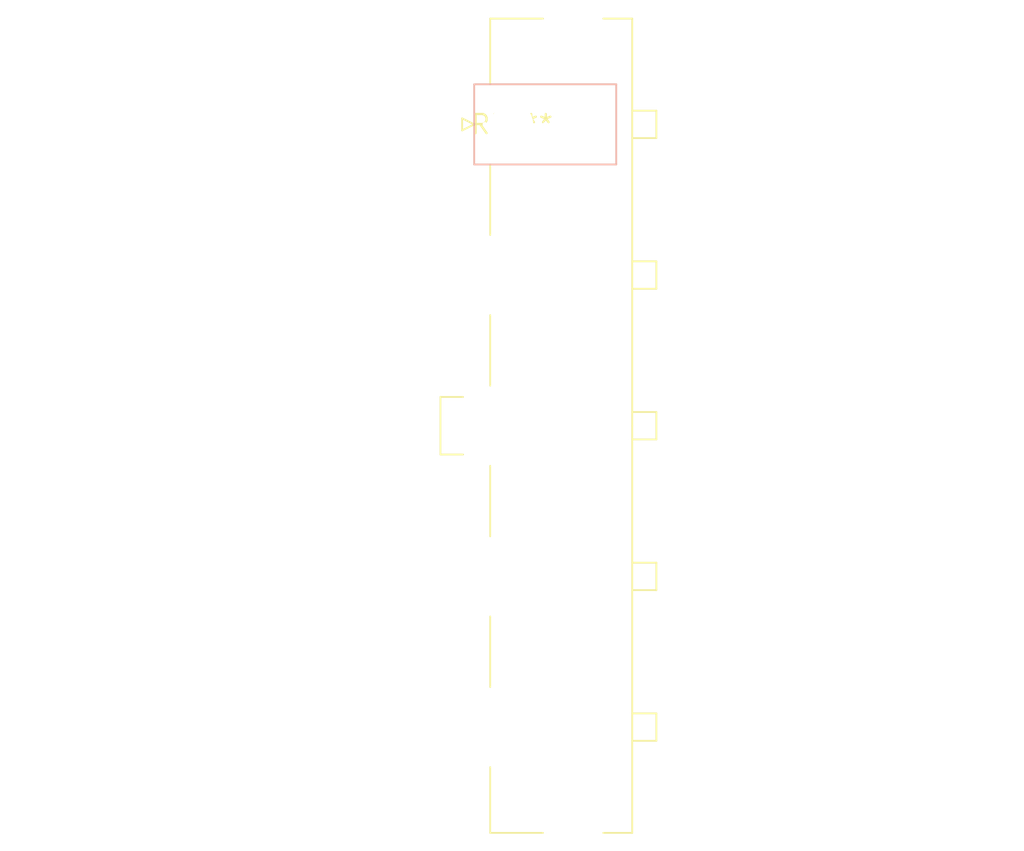
<source format=kicad_pcb>
(kicad_pcb (version 20240108) (generator pcbnew)
  (layers (0 "F.Cu" signal) (31 "B.Cu" signal) (34 "B.Paste" user) (35 "F.Paste" user) (36 "B.SilkS" user "B.Silkscreen") (37 "F.SilkS" user "F.Silkscreen") (38 "B.Mask" user) (39 "F.Mask" user) (44 "Edge.Cuts" user))
  (net 0 "")
  (footprint "Molex_Mini-Fit_Sr_42819-52XX_1x05_P10.00mm_Vertical_ThermalVias" (layer "F.Cu") (at 0 0)
    (property "Reference" "REF**")
    (property "Value" "Molex_Mini-Fit_Sr_42819-52XX_1x05_P10.00mm_Vertical_ThermalVias")
    (fp_line (start -2.51 -2.66) (end -2.51 2.66) (layer "B.SilkS") (stroke (width 0.12)))
    (fp_line (start -2.51 2.66) (end 6.91 2.66) (layer "B.SilkS") (stroke (width 0.12)))
    (fp_line (start 6.91 -2.66) (end -2.51 -2.66) (layer "B.SilkS") (stroke (width 0.12)))
    (fp_line (start 6.91 2.66) (end 6.91 -2.66) (layer "B.SilkS") (stroke (width 0.12)))
    (fp_line (start -4.75 18.09) (end -4.75 21.91) (layer "F.SilkS") (stroke (width 0.12)))
    (fp_line (start -4.75 21.91) (end -3.25 21.91) (layer "F.SilkS") (stroke (width 0.12)))
    (fp_line (start -3.31 -0.4) (end -3.31 0.4) (layer "F.SilkS") (stroke (width 0.12)))
    (fp_line (start -3.31 0.4) (end -2.51 0) (layer "F.SilkS") (stroke (width 0.12)))
    (fp_line (start -3.25 18.09) (end -4.75 18.09) (layer "F.SilkS") (stroke (width 0.12)))
    (fp_line (start -2.51 0) (end -3.31 -0.4) (layer "F.SilkS") (stroke (width 0.12)))
    (fp_line (start -1.45 -7.02) (end 2.05 -7.02) (layer "F.SilkS") (stroke (width 0.12)))
    (fp_line (start -1.45 -2.66) (end -1.45 -7.02) (layer "F.SilkS") (stroke (width 0.12)))
    (fp_line (start -1.45 2.66) (end -1.45 7.34) (layer "F.SilkS") (stroke (width 0.12)))
    (fp_line (start -1.45 12.66) (end -1.45 17.34) (layer "F.SilkS") (stroke (width 0.12)))
    (fp_line (start -1.45 22.66) (end -1.45 27.34) (layer "F.SilkS") (stroke (width 0.12)))
    (fp_line (start -1.45 32.66) (end -1.45 37.34) (layer "F.SilkS") (stroke (width 0.12)))
    (fp_line (start -1.45 42.66) (end -1.45 47.02) (layer "F.SilkS") (stroke (width 0.12)))
    (fp_line (start -1.45 47.02) (end 2.05 47.02) (layer "F.SilkS") (stroke (width 0.12)))
    (fp_line (start 6.05 -7.02) (end 7.97 -7.02) (layer "F.SilkS") (stroke (width 0.12)))
    (fp_line (start 6.05 47.02) (end 7.97 47.02) (layer "F.SilkS") (stroke (width 0.12)))
    (fp_line (start 7.97 -7.02) (end 7.97 20) (layer "F.SilkS") (stroke (width 0.12)))
    (fp_line (start 7.97 -0.91) (end 9.57 -0.91) (layer "F.SilkS") (stroke (width 0.12)))
    (fp_line (start 7.97 9.09) (end 9.57 9.09) (layer "F.SilkS") (stroke (width 0.12)))
    (fp_line (start 7.97 19.09) (end 9.57 19.09) (layer "F.SilkS") (stroke (width 0.12)))
    (fp_line (start 7.97 29.09) (end 9.57 29.09) (layer "F.SilkS") (stroke (width 0.12)))
    (fp_line (start 7.97 39.09) (end 9.57 39.09) (layer "F.SilkS") (stroke (width 0.12)))
    (fp_line (start 7.97 47.02) (end 7.97 20) (layer "F.SilkS") (stroke (width 0.12)))
    (fp_line (start 9.57 -0.91) (end 9.57 0.91) (layer "F.SilkS") (stroke (width 0.12)))
    (fp_line (start 9.57 0.91) (end 7.97 0.91) (layer "F.SilkS") (stroke (width 0.12)))
    (fp_line (start 9.57 9.09) (end 9.57 10.91) (layer "F.SilkS") (stroke (width 0.12)))
    (fp_line (start 9.57 10.91) (end 7.97 10.91) (layer "F.SilkS") (stroke (width 0.12)))
    (fp_line (start 9.57 19.09) (end 9.57 20.91) (layer "F.SilkS") (stroke (width 0.12)))
    (fp_line (start 9.57 20.91) (end 7.97 20.91) (layer "F.SilkS") (stroke (width 0.12)))
    (fp_line (start 9.57 29.09) (end 9.57 30.91) (layer "F.SilkS") (stroke (width 0.12)))
    (fp_line (start 9.57 30.91) (end 7.97 30.91) (layer "F.SilkS") (stroke (width 0.12)))
    (fp_line (start 9.57 39.09) (end 9.57 40.91) (layer "F.SilkS") (stroke (width 0.12)))
    (fp_line (start 9.57 40.91) (end 7.97 40.91) (layer "F.SilkS") (stroke (width 0.12)))
    (pad "" thru_hole circle (at 4.05 -5.73) (size 4 4) (drill 3) (layers *.Cu *.Mask) (remove_unused_layers))
    (pad "" thru_hole circle (at 4.05 45.73) (size 4 4) (drill 3) (layers *.Cu *.Mask) (remove_unused_layers))
    (pad "1" thru_hole roundrect (at -1.8 -1.95) (size 0.6 0.6) (drill 0.3) (layers *.Cu *.Mask) (remove_unused_layers))
    (pad "1" thru_hole roundrect (at -1.8 0) (size 0.6 0.6) (drill 0.3) (layers *.Cu *.Mask) (remove_unused_layers))
    (pad "1" thru_hole roundrect (at -1.8 1.95) (size 0.6 0.6) (drill 0.3) (layers *.Cu *.Mask) (remove_unused_layers))
    (pad "1" thru_hole rect (at 0 0) (size 4.5 4.8) (drill 2.8) (layers *.Cu *.Mask) (remove_unused_layers))
    (pad "1" thru_hole roundrect (at 0.2 -1.95) (size 0.6 0.6) (drill 0.3) (layers *.Cu *.Mask) (remove_unused_layers))
    (pad "1" thru_hole roundrect (at 0.2 1.95) (size 0.6 0.6) (drill 0.3) (layers *.Cu *.Mask) (remove_unused_layers))
    (pad "1" thru_hole roundrect (at 2.2 -1.95) (size 0.6 0.6) (drill 0.3) (layers *.Cu *.Mask) (remove_unused_layers))
    (pad "1" thru_hole roundrect (at 2.2 0) (size 0.6 0.6) (drill 0.3) (layers *.Cu *.Mask) (remove_unused_layers))
    (pad "1" thru_hole roundrect (at 2.2 1.95) (size 0.6 0.6) (drill 0.3) (layers *.Cu *.Mask) (remove_unused_layers))
    (pad "1" thru_hole roundrect (at 4.2 -1.95) (size 0.6 0.6) (drill 0.3) (layers *.Cu *.Mask) (remove_unused_layers))
    (pad "1" thru_hole roundrect (at 4.2 1.95) (size 0.6 0.6) (drill 0.3) (layers *.Cu *.Mask) (remove_unused_layers))
    (pad "1" thru_hole rect (at 4.4 0) (size 4.5 4.8) (drill 2.8) (layers *.Cu *.Mask) (remove_unused_layers))
    (pad "1" thru_hole roundrect (at 6.2 -1.95) (size 0.6 0.6) (drill 0.3) (layers *.Cu *.Mask) (remove_unused_layers))
    (pad "1" thru_hole roundrect (at 6.2 0) (size 0.6 0.6) (drill 0.3) (layers *.Cu *.Mask) (remove_unused_layers))
    (pad "1" thru_hole roundrect (at 6.2 1.95) (size 0.6 0.6) (drill 0.3) (layers *.Cu *.Mask) (remove_unused_layers))
    (pad "2" thru_hole circle (at -1.8 8.05) (size 0.6 0.6) (drill 0.3) (layers *.Cu *.Mask) (remove_unused_layers))
    (pad "2" thru_hole circle (at -1.8 10) (size 0.6 0.6) (drill 0.3) (layers *.Cu *.Mask) (remove_unused_layers))
    (pad "2" thru_hole circle (at -1.8 11.95) (size 0.6 0.6) (drill 0.3) (layers *.Cu *.Mask) (remove_unused_layers))
    (pad "2" thru_hole rect (at 0 10) (size 4.5 4.8) (drill 2.8) (layers *.Cu *.Mask) (remove_unused_layers))
    (pad "2" thru_hole circle (at 0.2 8.05) (size 0.6 0.6) (drill 0.3) (layers *.Cu *.Mask) (remove_unused_layers))
    (pad "2" thru_hole circle (at 0.2 11.95) (size 0.6 0.6) (drill 0.3) (layers *.Cu *.Mask) (remove_unused_layers))
    (pad "2" thru_hole circle (at 2.2 8.05) (size 0.6 0.6) (drill 0.3) (layers *.Cu *.Mask) (remove_unused_layers))
    (pad "2" thru_hole circle (at 2.2 10) (size 0.6 0.6) (drill 0.3) (layers *.Cu *.Mask) (remove_unused_layers))
    (pad "2" thru_hole circle (at 2.2 11.95) (size 0.6 0.6) (drill 0.3) (layers *.Cu *.Mask) (remove_unused_layers))
    (pad "2" thru_hole circle (at 4.2 8.05) (size 0.6 0.6) (drill 0.3) (layers *.Cu *.Mask) (remove_unused_layers))
    (pad "2" thru_hole circle (at 4.2 11.95) (size 0.6 0.6) (drill 0.3) (layers *.Cu *.Mask) (remove_unused_layers))
    (pad "2" thru_hole rect (at 4.4 10) (size 4.5 4.8) (drill 2.8) (layers *.Cu *.Mask) (remove_unused_layers))
    (pad "2" thru_hole circle (at 6.2 8.05) (size 0.6 0.6) (drill 0.3) (layers *.Cu *.Mask) (remove_unused_layers))
    (pad "2" thru_hole circle (at 6.2 10) (size 0.6 0.6) (drill 0.3) (layers *.Cu *.Mask) (remove_unused_layers))
    (pad "2" thru_hole circle (at 6.2 11.95) (size 0.6 0.6) (drill 0.3) (layers *.Cu *.Mask) (remove_unused_layers))
    (pad "3" thru_hole circle (at -1.8 18.05) (size 0.6 0.6) (drill 0.3) (layers *.Cu *.Mask) (remove_unused_layers))
    (pad "3" thru_hole circle (at -1.8 20) (size 0.6 0.6) (drill 0.3) (layers *.Cu *.Mask) (remove_unused_layers))
    (pad "3" thru_hole circle (at -1.8 21.95) (size 0.6 0.6) (drill 0.3) (layers *.Cu *.Mask) (remove_unused_layers))
    (pad "3" thru_hole rect (at 0 20) (size 4.5 4.8) (drill 2.8) (layers *.Cu *.Mask) (remove_unused_layers))
    (pad "3" thru_hole circle (at 0.2 18.05) (size 0.6 0.6) (drill 0.3) (layers *.Cu *.Mask) (remove_unused_layers))
    (pad "3" thru_hole circle (at 0.2 21.95) (size 0.6 0.6) (drill 0.3) (layers *.Cu *.Mask) (remove_unused_layers))
    (pad "3" thru_hole circle (at 2.2 18.05) (size 0.6 0.6) (drill 0.3) (layers *.Cu *.Mask) (remove_unused_layers))
    (pad "3" thru_hole circle (at 2.2 20) (size 0.6 0.6) (drill 0.3) (layers *.Cu *.Mask) (remove_unused_layers))
    (pad "3" thru_hole circle (at 2.2 21.95) (size 0.6 0.6) (drill 0.3) (layers *.Cu *.Mask) (remove_unused_layers))
    (pad "3" thru_hole circle (at 4.2 18.05) (size 0.6 0.6) (drill 0.3) (layers *.Cu *.Mask) (remove_unused_layers))
    (pad "3" thru_hole circle (at 4.2 21.95) (size 0.6 0.6) (drill 0.3) (layers *.Cu *.Mask) (remove_unused_layers))
    (pad "3" thru_hole rect (at 4.4 20) (size 4.5 4.8) (drill 2.8) (layers *.Cu *.Mask) (remove_unused_layers))
    (pad "3" thru_hole circle (at 6.2 18.05) (size 0.6 0.6) (drill 0.3) (layers *.Cu *.Mask) (remove_unused_layers))
    (pad "3" thru_hole circle (at 6.2 20) (size 0.6 0.6) (drill 0.3) (layers *.Cu *.Mask) (remove_unused_layers))
    (pad "3" thru_hole circle (at 6.2 21.95) (size 0.6 0.6) (drill 0.3) (layers *.Cu *.Mask) (remove_unused_layers))
    (pad "4" thru_hole circle (at -1.8 28.05) (size 0.6 0.6) (drill 0.3) (layers *.Cu *.Mask) (remove_unused_layers))
    (pad "4" thru_hole circle (at -1.8 30) (size 0.6 0.6) (drill 0.3) (layers *.Cu *.Mask) (remove_unused_layers))
    (pad "4" thru_hole circle (at -1.8 31.95) (size 0.6 0.6) (drill 0.3) (layers *.Cu *.Mask) (remove_unused_layers))
    (pad "4" thru_hole rect (at 0 30) (size 4.5 4.8) (drill 2.8) (layers *.Cu *.Mask) (remove_unused_layers))
    (pad "4" thru_hole circle (at 0.2 28.05) (size 0.6 0.6) (drill 0.3) (layers *.Cu *.Mask) (remove_unused_layers))
    (pad "4" thru_hole circle (at 0.2 31.95) (size 0.6 0.6) (drill 0.3) (layers *.Cu *.Mask) (remove_unused_layers))
    (pad "4" thru_hole circle (at 2.2 28.05) (size 0.6 0.6) (drill 0.3) (layers *.Cu *.Mask) (remove_unused_layers))
    (pad "4" thru_hole circle (at 2.2 30) (size 0.6 0.6) (drill 0.3) (layers *.Cu *.Mask) (remove_unused_layers))
    (pad "4" thru_hole circle (at 2.2 31.95) (size 0.6 0.6) (drill 0.3) (layers *.Cu *.Mask) (remove_unused_layers))
    (pad "4" thru_hole circle (at 4.2 28.05) (size 0.6 0.6) (drill 0.3) (layers *.Cu *.Mask) (remove_unused_layers))
    (pad "4" thru_hole circle (at 4.2 31.95) (size 0.6 0.6) (drill 0.3) (layers *.Cu *.Mask) (remove_unused_layers))
    (pad "4" thru_hole rect (at 4.4 30) (size 4.5 4.8) (drill 2.8) (layers *.Cu *.Mask) (remove_unused_layers))
    (pad "4" thru_hole circle (at 6.2 28.05) (size 0.6 0.6) (drill 0.3) (layers *.Cu *.Mask) (remove_unused_layers))
    (pad "4" thru_hole circle (at 6.2 30) (size 0.6 0.6) (drill 0.3) (layers *.Cu *.Mask) (remove_unused_layers))
    (pad "4" thru_hole circle (at 6.2 31.95) (size 0.6 0.6) (drill 0.3) (layers *.Cu *.Mask) (remove_unused_layers))
    (pad "5" thru_hole circle (at -1.8 38.05) (size 0.6 0.6) (drill 0.3) (layers *.Cu *.Mask) (remove_unused_layers))
    (pad "5" thru_hole circle (at -1.8 40) (size 0.6 0.6) (drill 0.3) (layers *.Cu *.Mask) (remove_unused_layers))
    (pad "5" thru_hole circle (at -1.8 41.95) (size 0.6 0.6) (drill 0.3) (layers *.Cu *.Mask) (remove_unused_layers))
    (pad "5" thru_hole rect (at 0 40) (size 4.5 4.8) (drill 2.8) (layers *.Cu *.Mask) (remove_unused_layers))
    (pad "5" thru_hole circle (at 0.2 38.05) (size 0.6 0.6) (drill 0.3) (layers *.Cu *.Mask) (remove_unused_layers))
    (pad "5" thru_hole circle (at 0.2 41.95) (size 0.6 0.6) (drill 0.3) (layers *.Cu *.Mask) (remove_unused_layers))
    (pad "5" thru_hole circle (at 2.2 38.05) (size 0.6 0.6) (drill 0.3) (layers *.Cu *.Mask) (remove_unused_layers))
    (pad "5" thru_hole circle (at 2.2 40) (size 0.6 0.6) (drill 0.3) (layers *.Cu *.Mask) (remove_unused_layers))
    (pad "5" thru_hole circle (at 2.2 41.95) (size 0.6 0.6) (drill 0.3) (layers *.Cu *.Mask) (remove_unused_layers))
    (pad "5" thru_hole circle (at 4.2 38.05) (size 0.6 0.6) (drill 0.3) (layers *.Cu *.Mask) (remove_unused_layers))
    (pad "5" thru_hole circle (at 4.2 41.95) (size 0.6 0.6) (drill 0.3) (layers *.Cu *.Mask) (remove_unused_layers))
    (pad "5" thru_hole rect (at 4.4 40) (size 4.5 4.8) (drill 2.8) (layers *.Cu *.Mask) (remove_unused_layers))
    (pad "5" thru_hole circle (at 6.2 38.05) (size 0.6 0.6) (drill 0.3) (layers *.Cu *.Mask) (remove_unused_layers))
    (pad "5" thru_hole circle (at 6.2 40) (size 0.6 0.6) (drill 0.3) (layers *.Cu *.Mask) (remove_unused_layers))
    (pad "5" thru_hole circle (at 6.2 41.95) (size 0.6 0.6) (drill 0.3) (layers *.Cu *.Mask) (remove_unused_layers))
  )
)
</source>
